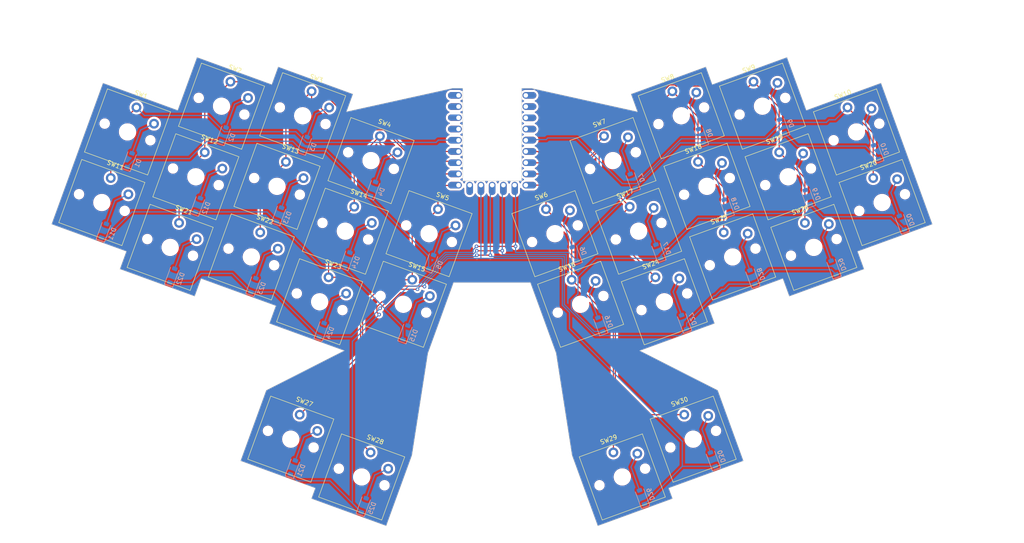
<source format=kicad_pcb>
(kicad_pcb (version 20221018) (generator pcbnew)
  (layers (0 "F.Cu" signal) (31 "B.Cu" signal) (34 "B.Paste" user) (35 "F.Paste" user) (36 "B.SilkS" user "B.Silkscreen") (37 "F.SilkS" user "F.Silkscreen") (38 "B.Mask" user) (39 "F.Mask" user) (44 "Edge.Cuts" user))
  (net 0 "")
  (net 1 "Net-(D1-A)")
  (net 2 "Net-(D2-A)")
  (net 3 "Net-(D3-A)")
  (net 4 "Net-(D4-A)")
  (net 5 "Net-(D5-A)")
  (net 6 "Net-(D6-A)")
  (net 7 "Net-(D7-A)")
  (net 8 "Net-(D8-A)")
  (net 9 "Net-(D9-A)")
  (net 10 "Net-(D10-A)")
  (net 11 "Net-(D11-A)")
  (net 12 "Net-(D12-A)")
  (net 13 "Net-(D13-A)")
  (net 14 "Net-(D14-A)")
  (net 15 "Net-(D15-A)")
  (net 16 "Net-(D16-A)")
  (net 17 "Net-(D17-A)")
  (net 18 "Net-(D18-A)")
  (net 19 "Net-(D19-A)")
  (net 20 "Net-(D20-A)")
  (net 21 "Net-(D21-A)")
  (net 22 "Net-(D22-A)")
  (net 23 "Net-(D23-A)")
  (net 24 "Net-(D24-A)")
  (net 25 "Net-(D25-A)")
  (net 26 "Net-(D26-A)")
  (net 27 "Net-(D27-A)")
  (net 28 "Net-(D28-A)")
  (net 29 "Net-(D29-A)")
  (net 30 "Net-(D30-A)")
  (net 31 "/ROW0")
  (net 32 "/ROW1")
  (net 33 "/ROW2")
  (net 34 "/COL0")
  (net 35 "/COL1")
  (net 36 "/COL2")
  (net 37 "/COL3")
  (net 38 "/COL4")
  (net 39 "/COL5")
  (net 40 "/COL6")
  (net 41 "/COL7")
  (net 42 "/COL8")
  (net 43 "/COL9")
  (net 48 "/ROW3")
  (footprint "PCM_Switch_Keyboard_Kailh:SW_Kailh_Choc_V1_1.00u" (layer "F.Cu") (at 189.260055 131.91109 20)
    (fp_text reference "SW30")
    (fp_text value "SW_PUSH")
  )
  (footprint "PCM_Switch_Keyboard_Kailh:SW_Kailh_Choc_V1_1.00u" (layer "F.Cu") (at 100.886586 58.719062 -20)
    (fp_text reference "SW3")
    (fp_text value "SW_PUSH")
  )
  (footprint "PCM_Switch_Keyboard_Kailh:SW_Kailh_Choc_V1_1.00u" (layer "F.Cu") (at 226.207612 62.381111 20)
    (fp_text reference "SW10")
    (fp_text value "SW_PUSH")
  )
  (footprint "PCM_Switch_Keyboard_Kailh:SW_Kailh_Choc_V1_1.00u" (layer "F.Cu") (at 129.482612 85.409084 -20)
    (fp_text reference "SW5")
    (fp_text value "SW_PUSH")
  )
  (footprint "PCM_Switch_Keyboard_Kailh:SW_Kailh_Choc_V1_1.00u" (layer "F.Cu") (at 114.233182 140.463669 -20)
    (fp_text reference "SW28")
    (fp_text value "SW_PUSH")
  )
  (footprint "PCM_Switch_Keyboard_Kailh:SW_Kailh_Choc_V1_1.00u" (layer "F.Cu") (at 89.257901 90.668611 -20)
    (fp_text reference "SW22")
    (fp_text value "SW_PUSH")
  )
  (footprint "PCM_Switch_Keyboard_Kailh:SW_Kailh_Choc_V1_1.00u" (layer "F.Cu") (at 110.533125 84.843892 -20)
    (fp_text reference "SW14")
    (fp_text value "SW_PUSH")
  )
  (footprint "PCM_Switch_Keyboard_Kailh:SW_Kailh_Choc_V1_1.00u" (layer "F.Cu") (at 61.243309 62.381111 -20)
    (fp_text reference "SW1")
    (fp_text value "SW_PUSH")
  )
  (footprint "PCM_Switch_Keyboard_Kailh:SW_Kailh_Choc_V1_1.00u" (layer "F.Cu") (at 210.74673 72.531167 20)
    (fp_text reference "SW19")
    (fp_text value "SW_PUSH")
  )
  (footprint "PCM_Switch_Keyboard_Kailh:SW_Kailh_Choc_V1_1.00u" (layer "F.Cu") (at 157.968309 85.409084 20)
    (fp_text reference "SW6")
    (fp_text value "SW_PUSH")
  )
  (footprint "PCM_Switch_Keyboard_Kailh:SW_Kailh_Choc_V1_1.00u" (layer "F.Cu") (at 116.347468 68.869118 -20)
    (fp_text reference "SW4")
    (fp_text value "SW_PUSH")
  )
  (footprint "PCM_Switch_Keyboard_Kailh:SW_Kailh_Choc_V1_1.00u" (layer "F.Cu") (at 123.66827 101.383858 -20)
    (fp_text reference "SW15")
    (fp_text value "SW_PUSH")
  )
  (footprint "PCM_Switch_Keyboard_Kailh:SW_Kailh_Choc_V1_1.00u" (layer "F.Cu") (at 55.428967 78.355886 -20)
    (fp_text reference "SW11")
    (fp_text value "SW_PUSH")
  )
  (footprint "PCM_Switch_Keyboard_Kailh:SW_Kailh_Choc_V1_1.00u" (layer "F.Cu") (at 216.561073 88.505942 20)
    (fp_text reference "SW26")
    (fp_text value "SW_PUSH")
  )
  (footprint "PCM_Switch_Keyboard_Kailh:SW_Kailh_Choc_V1_1.00u" (layer "F.Cu") (at 204.932388 56.556393 20)
    (fp_text reference "SW9")
    (fp_text value "SW_PUSH")
  )
  (footprint "PCM_Switch_Keyboard_Kailh:SW_Kailh_Choc_V1_1.00u" (layer "F.Cu") (at 198.19302 90.668611 20)
    (fp_text reference "SW25")
    (fp_text value "SW_PUSH")
  )
  (footprint "PCM_Switch_Keyboard_Kailh:SW_Kailh_Choc_V1_1.00u" (layer "F.Cu") (at 186.564335 58.719062 20)
    (fp_text reference "SW8")
    (fp_text value "SW_PUSH")
  )
  (footprint "PCM_Switch_Keyboard_Kailh:SW_Kailh_Choc_V1_1.00u" (layer "F.Cu") (at 182.732138 100.818667 20)
    (fp_text reference "SW24")
    (fp_text value "SW_PUSH")
  )
  (footprint "PCM_Switch_Keyboard_Kailh:SW_Kailh_Choc_V1_1.00u" (layer "F.Cu") (at 176.917796 84.843892 20)
    (fp_text reference "SW17")
    (fp_text value "SW_PUSH")
  )
  (footprint "PCM_Switch_Keyboard_Kailh:SW_Kailh_Choc_V1_1.00u" (layer "F.Cu") (at 98.190866 131.91109 -20)
    (fp_text reference "SW27")
    (fp_text value "SW_PUSH")
  )
  (footprint "PCM_Switch_Keyboard_Kailh:SW_Kailh_Choc_V1_1.00u" (layer "F.Cu") (at 173.217739 140.463669 20)
    (fp_text reference "SW29")
    (fp_text value "SW_PUSH")
  )
  (footprint "PCM_Switch_Keyboard_Kailh:SW_Kailh_Choc_V1_1.00u" (layer "F.Cu") (at 104.718783 100.818667 -20)
    (fp_text reference "SW23")
    (fp_text value "SW_PUSH")
  )
  (footprint "PCM_Switch_Keyboard_Kailh:SW_Kailh_Choc_V1_1.00u" (layer "F.Cu") (at 95.072244 74.693836 -20)
    (fp_text reference "SW13")
    (fp_text value "SW_PUSH")
  )
  (footprint "PCM_Switch_Keyboard_Kailh:SW_Kailh_Choc_V1_1.00u" (layer "F.Cu") (at 192.378677 74.693836 20)
    (fp_text reference "SW18")
    (fp_text value "SW_PUSH")
  )
  (footprint "PCM_Switch_Keyboard_Kailh:SW_Kailh_Choc_V1_1.00u" (layer "F.Cu") (at 70.889848 88.505942 -20)
    (fp_text reference "SW21")
    (fp_text value "SW_PUSH")
  )
  (footprint "PCM_Switch_Keyboard_Kailh:SW_Kailh_Choc_V1_1.00u" (layer "F.Cu") (at 171.103453 68.869118 20)
    (fp_text reference "SW7")
    (fp_text value "SW_PUSH")
  )
  (footprint "PCM_Switch_Keyboard_Kailh:SW_Kailh_Choc_V1_1.00u" (layer "F.Cu") (at 232.021954 78.355886 20)
    (fp_text reference "SW20")
    (fp_text value "SW_PUSH")
  )
  (footprint "PCM_Switch_Keyboard_Kailh:SW_Kailh_Choc_V1_1.00u" (layer "F.Cu") (at 82.518533 56.556393 -20)
    (fp_text reference "SW2")
    (fp_text value "SW_PUSH")
  )
  (footprint "PCM_Switch_Keyboard_Kailh:SW_Kailh_Choc_V1_1.00u" (layer "F.Cu") (at 163.782651 101.383858 20)
    (fp_text reference "SW16")
    (fp_text value "SW_PUSH")
  )
  (footprint "PCM_Switch_Keyboard_Kailh:SW_Kailh_Choc_V1_1.00u" (layer "F.Cu") (at 76.704191 72.531167 -20)
    (fp_text reference "SW12")
    (fp_text value "SW_PUSH")
  )
  (footprint "Diode_SMD:D_SOD-123" (layer "B.Cu") (at 61.714739 68.769624 70)
    (fp_text reference "D1")
    (fp_text value "1N4148W")
  )
  (footprint "Diode_SMD:D_SOD-123" (layer "B.Cu") (at 114.704612 146.852182 70)
    (fp_text reference "D25")
    (fp_text value "1N4148W")
  )
  (footprint "Diode_SMD:D_SOD-123" (layer "B.Cu") (at 202.660613 95.259466 110)
    (fp_text reference "D28")
    (fp_text value "1N4148W")
  )
  (footprint "Diode_SMD:D_SOD-123" (layer "B.Cu") (at 177.685332 145.054524 110)
    (fp_text reference "D26")
    (fp_text value "1N4148W")
  )
  (footprint "Diode_SMD:D_SOD-123" (layer "B.Cu") (at 181.385389 89.434747 110)
    (fp_text reference "D17")
    (fp_text value "1N4148W")
  )
  (footprint "Diode_SMD:D_SOD-123" (layer "B.Cu") (at 209.399981 61.147248 110)
    (fp_text reference "D9")
    (fp_text value "1N4148W")
  )
  (footprint "Diode_SMD:D_SOD-123" (layer "B.Cu") (at 77.175621 78.91968 70)
    (fp_text reference "D12")
    (fp_text value "1N4148W")
  )
  (footprint "Diode_SMD:D_SOD-123" (layer "B.Cu") (at 196.84627 79.284691 110)
    (fp_text reference "D18")
    (fp_text value "1N4148W")
  )
  (footprint "Diode_SMD:D_SOD-123" (layer "B.Cu") (at 124.1397 107.772371 70)
    (fp_text reference "D15")
    (fp_text value "1N4148W")
  )
  (footprint "Diode_SMD:D_SOD-123" (layer "B.Cu") (at 111.004555 91.232405 70)
    (fp_text reference "D14")
    (fp_text value "1N4148W")
  )
  (footprint "Diode_SMD:D_SOD-123" (layer "B.Cu") (at 101.358016 65.107575 70)
    (fp_text reference "D3")
    (fp_text value "1N4148W")
  )
  (footprint "mcu:rp2040-zero-tht-nocut-largerpads" (layer "B.Cu") (at 143.764 64.262 180)
    (fp_text reference "U1" hide)
    (fp_text value "rp2040-zero" hide)
  )
  (footprint "Diode_SMD:D_SOD-123" (layer "B.Cu") (at 55.900397 84.744399 70)
    (fp_text reference "D11")
    (fp_text value "1N4148W")
  )
  (footprint "Diode_SMD:D_SOD-123" (layer "B.Cu") (at 221.028666 93.096797 110)
    (fp_text reference "D29")
    (fp_text value "1N4148W")
  )
  (footprint "Diode_SMD:D_SOD-123" (layer "B.Cu") (at 71.361278 94.894455 70)
    (fp_text reference "D22")
    (fp_text value "1N4148W")
  )
  (footprint "Diode_SMD:D_SOD-123" (layer "B.Cu") (at 230.675205 66.971966 110)
    (fp_text reference "D10")
    (fp_text value "1N4148W")
  )
  (footprint "Diode_SMD:D_SOD-123" (layer "B.Cu") (at 129.954042 91.797597 70)
    (fp_text reference "D5")
    (fp_text value "1N4148W")
  )
  (footprint "Diode_SMD:D_SOD-123" (layer "B.Cu") (at 168.250244 105.974713 110)
    (fp_text reference "D16")
    (fp_text value "1N4148W")
  )
  (footprint "Diode_SMD:D_SOD-123" (layer "B.Cu") (at 215.214323 77.122022 110)
    (fp_text reference "D19")
    (fp_text value "1N4148W")
  )
  (footprint "Diode_SMD:D_SOD-123" (layer "B.Cu") (at 105.190213 107.20718 70)
    (fp_text reference "D24")
    (fp_text value "1N4148W")
  )
  (footprint "Diode_SMD:D_SOD-123" (layer "B.Cu") (at 98.662296 138.299603 70)
    (fp_text reference "D21")
    (fp_text value "1N4148W")
  )
  (footprint "Diode_SMD:D_SOD-123" (layer "B.Cu") (at 191.031928 63.309917 110)
    (fp_text reference "D8")
    (fp_text value "1N4148W")
  )
  (footprint "Diode_SMD:D_SOD-123" (layer "B.Cu") (at 95.543674 81.082349 70)
    (fp_text reference "D13")
    (fp_text value "1N4148W")
  )
  (footprint "Diode_SMD:D_SOD-123" (layer "B.Cu") (at 193.727648 136.501945 110)
    (fp_text reference "D30")
    (fp_text value "1N4148W")
  )
  (footprint "Diode_SMD:D_SOD-123" (layer "B.Cu") (at 162.435902 89.999939 110)
    (fp_text reference "D6")
    (fp_text value "1N4148W")
  )
  (footprint "Diode_SMD:D_SOD-123" (layer "B.Cu") (at 89.729331 97.057124 70)
    (fp_text reference "D23")
    (fp_text value "1N4148W")
  )
  (footprint "Diode_SMD:D_SOD-123" (layer "B.Cu") (at 82.989963 62.944906 70)
    (fp_text reference "D2")
    (fp_text value "1N4148W")
  )
  (footprint "Diode_SMD:D_SOD-123" (layer "B.Cu") (at 187.199731 105.409522 110)
    (fp_text reference "D27")
    (fp_text value "1N4148W")
  )
  (footprint "Diode_SMD:D_SOD-123" (layer "B.Cu") (at 236.489547 82.946741 110)
    (fp_text reference "D20")
    (fp_text value "1N4148W")
  )
  (footprint "Diode_SMD:D_SOD-123" (layer "B.Cu") (at 175.571046 73.459973 110)
    (fp_text reference "D7")
    (fp_text value "1N4148W")
  )
  (footprint "Diode_SMD:D_SOD-123" (layer "B.Cu") (at 116.818898 75.257631 70)
    (fp_text reference "D4")
    (fp_text value "1N4148W")
  )
  (gr_line (start 227.93 93.42) (end 211.01 99.57) (stroke (width 0.1)) (layer "Edge.Cuts"))
  (gr_line (start 44.06 83.26) (end 55.69 51.32) (stroke (width 0.1)) (layer "Edge.Cuts"))
  (gr_line (start 110.27 111.88) (end 93.35 105.73) (stroke (width 0.1)) (layer "Edge.Cuts"))
  (gr_line (start 176.65 57.81) (end 175.2 53.81) (stroke (width 0.1)) (layer "Edge.Cuts"))
  (gr_line (start 231.76 51.31) (end 243.39 83.27) (stroke (width 0.1)) (layer "Edge.Cuts"))
  (gr_line (start 194.1 105.72) (end 177.18 111.89) (stroke (width 0.1)) (layer "Edge.Cuts"))
  (gr_line (start 112.25 53.81) (end 110.8 57.8) (stroke (width 0.1)) (layer "Edge.Cuts"))
  (gr_line (start 93.89 51.65) (end 95.34 47.65) (stroke (width 0.1)) (layer "Edge.Cuts"))
  (gr_line (start 72.6 57.48) (end 76.97 45.49) (stroke (width 0.1)) (layer "Edge.Cuts"))
  (gr_line (start 200.62 136.82) (end 183.71 142.98) (stroke (width 0.1)) (layer "Edge.Cuts"))
  (gr_line (start 55.69 51.32) (end 72.6 57.48) (stroke (width 0.1)) (layer "Edge.Cuts"))
  (gr_line (start 86.83 136.82) (end 92.64 120.85) (stroke (width 0.1)) (layer "Edge.Cuts"))
  (gr_line (start 137.1 73.47) (end 150.44 73.46) (stroke (width 0.1)) (layer "Edge.Cuts"))
  (gr_line (start 177.18 111.89) (end 194.81 120.85) (stroke (width 0.1)) (layer "Edge.Cuts"))
  (gr_line (start 184.58 145.37) (end 167.67 151.53) (stroke (width 0.1)) (layer "Edge.Cuts"))
  (gr_line (start 150.45 52.52) (end 152.77 52.52) (stroke (width 0.1)) (layer "Edge.Cuts"))
  (gr_line (start 183.71 142.98) (end 184.58 145.37) (stroke (width 0.1)) (layer "Edge.Cuts"))
  (gr_line (start 135.03 96.46) (end 129.22 112.45) (stroke (width 0.1)) (layer "Edge.Cuts"))
  (gr_line (start 150.44 73.46) (end 150.45 52.52) (stroke (width 0.1)) (layer "Edge.Cuts"))
  (gr_line (start 158.24 112.45) (end 152.41 96.46) (stroke (width 0.1)) (layer "Edge.Cuts"))
  (gr_line (start 152.77 52.52) (end 176.65 57.81) (stroke (width 0.1)) (layer "Edge.Cuts"))
  (gr_line (start 129.22 112.45) (end 125.6 135.56) (stroke (width 0.1)) (layer "Edge.Cuts"))
  (gr_line (start 76.44 99.57) (end 59.52 93.41) (stroke (width 0.1)) (layer "Edge.Cuts"))
  (gr_line (start 76.97 45.49) (end 93.89 51.65) (stroke (width 0.1)) (layer "Edge.Cuts"))
  (gr_line (start 137.09 52.51) (end 137.1 73.47) (stroke (width 0.1)) (layer "Edge.Cuts"))
  (gr_line (start 94.81 101.73) (end 77.89 95.58) (stroke (width 0.1)) (layer "Edge.Cuts"))
  (gr_line (start 119.78 151.53) (end 102.87 145.37) (stroke (width 0.1)) (layer "Edge.Cuts"))
  (gr_line (start 59.52 93.41) (end 60.98 89.41) (stroke (width 0.1)) (layer "Edge.Cuts"))
  (gr_line (start 60.98 89.41) (end 44.06 83.26) (stroke (width 0.1)) (layer "Edge.Cuts"))
  (gr_line (start 175.2 53.81) (end 192.12 47.65) (stroke (width 0.1)) (layer "Edge.Cuts"))
  (gr_line (start 110.8 57.8) (end 134.76 52.51) (stroke (width 0.1)) (layer "Edge.Cuts"))
  (gr_line (start 193.57 51.65) (end 210.48 45.49) (stroke (width 0.1)) (layer "Edge.Cuts"))
  (gr_line (start 92.64 120.85) (end 110.27 111.88) (stroke (width 0.1)) (layer "Edge.Cuts"))
  (gr_line (start 192.64 101.74) (end 194.1 105.72) (stroke (width 0.1)) (layer "Edge.Cuts"))
  (gr_line (start 77.89 95.58) (end 76.44 99.57) (stroke (width 0.1)) (layer "Edge.Cuts"))
  (gr_line (start 192.12 47.65) (end 193.57 51.65) (stroke (width 0.1)) (layer "Edge.Cuts"))
  (gr_line (start 214.85 57.48) (end 231.76 51.31) (stroke (width 0.1)) (layer "Edge.Cuts"))
  (gr_line (start 211.01 99.57) (end 209.55 95.57) (stroke (width 0.1)) (layer "Edge.Cuts"))
  (gr_line (start 134.76 52.51) (end 137.09 52.51) (stroke (width 0.1)) (layer "Edge.Cuts"))
  (gr_line (start 210.48 45.49) (end 214.85 57.48) (stroke (width 0.1)) (layer "Edge.Cuts"))
  (gr_line (start 125.6 135.56) (end 119.78 151.53) (stroke (width 0.1)) (layer "Edge.Cuts"))
  (gr_line (start 95.34 47.65) (end 112.25 53.81) (stroke (width 0.1)) (layer "Edge.Cuts"))
  (gr_line (start 152.41 96.46) (end 135.03 96.46) (stroke (width 0.1)) (layer "Edge.Cuts"))
  (gr_line (start 226.47 89.42) (end 227.93 93.42) (stroke (width 0.1)) (layer "Edge.Cuts"))
  (gr_line (start 93.35 105.73) (end 94.81 101.73) (stroke (width 0.1)) (layer "Edge.Cuts"))
  (gr_line (start 103.74 142.98) (end 86.83 136.82) (stroke (width 0.1)) (layer "Edge.Cuts"))
  (gr_line (start 243.39 83.27) (end 226.47 89.42) (stroke (width 0.1)) (layer "Edge.Cuts"))
  (gr_line (start 167.67 151.53) (end 161.85 135.55) (stroke (width 0.1)) (layer "Edge.Cuts"))
  (gr_line (start 102.87 145.37) (end 103.74 142.98) (stroke (width 0.1)) (layer "Edge.Cuts"))
  (gr_line (start 209.55 95.57) (end 192.64 101.74) (stroke (width 0.1)) (layer "Edge.Cuts"))
  (gr_line (start 194.81 120.85) (end 200.62 136.82) (stroke (width 0.1)) (layer "Edge.Cuts"))
  (gr_line (start 161.85 135.55) (end 158.24 112.45) (stroke (width 0.1)) (layer "Edge.Cuts"))
  (segment (start 64.201223 61.93806) (end 62.279072 67.219131) (width 0.25) (layer "B.Cu") (net 1))
  (segment (start 67.241449 60.52038) (end 64.201223 61.93806) (width 0.25) (layer "B.Cu") (net 1))
  (segment (start 88.516673 54.695662) (end 85.476447 56.113342) (width 0.25) (layer "B.Cu") (net 2))
  (segment (start 85.476447 56.113342) (end 83.554296 61.394413) (width 0.25) (layer "B.Cu") (net 2))
  (segment (start 103.844501 58.27601) (end 101.922349 63.557082) (width 0.25) (layer "B.Cu") (net 3))
  (segment (start 106.884726 56.858331) (end 103.844501 58.27601) (width 0.25) (layer "B.Cu") (net 3))
  (segment (start 122.345608 67.008387) (end 119.305383 68.426067) (width 0.25) (layer "B.Cu") (net 4))
  (segment (start 119.305383 68.426067) (end 117.383231 73.707138) (width 0.25) (layer "B.Cu") (net 4))
  (segment (start 135.480752 83.548353) (end 132.440526 84.966033) (width 0.25) (layer "B.Cu") (net 5))
  (segment (start 132.440526 84.966033) (end 130.518375 90.247104) (width 0.25) (layer "B.Cu") (net 5))
  (segment (start 161.367096 80.128151) (end 159.949415 83.168374) (width 0.25) (layer "B.Cu") (net 6))
  (segment (start 159.949415 83.168374) (end 161.871569 88.449446) (width 0.25) (layer "B.Cu") (net 6))
  (segment (start 174.50224 63.588185) (end 173.084559 66.628408) (width 0.25) (layer "B.Cu") (net 7))
  (segment (start 173.084559 66.628408) (end 175.006713 71.90948) (width 0.25) (layer "B.Cu") (net 7))
  (segment (start 189.963122 53.438129) (end 188.545442 56.478352) (width 0.25) (layer "B.Cu") (net 8))
  (segment (start 188.545442 56.478352) (end 190.467595 61.759424) (width 0.25) (layer "B.Cu") (net 8))
  (segment (start 208.331175 51.27546) (end 206.913494 54.315684) (width 0.25) (layer "B.Cu") (net 9))
  (segment (start 206.913494 54.315684) (end 208.835648 59.596755) (width 0.25) (layer "B.Cu") (net 9))
  (segment (start 228.188718 60.140401) (end 230.110872 65.421473) (width 0.25) (layer "B.Cu") (net 10))
  (segment (start 229.606399 57.100178) (end 228.188718 60.140401) (width 0.25) (layer "B.Cu") (net 10))
  (segment (start 58.386882 77.912833) (end 56.46473 83.193906) (width 0.25) (layer "B.Cu") (net 11))
  (segment (start 61.427107 76.495155) (end 58.386882 77.912833) (width 0.25) (layer "B.Cu") (net 11))
  (segment (start 82.702331 70.670436) (end 79.662107 72.088114) (width 0.25) (layer "B.Cu") (net 12))
  (segment (start 79.662107 72.088114) (end 77.739954 77.369187) (width 0.25) (layer "B.Cu") (net 12))
  (segment (start 98.030159 74.250784) (end 96.108007 79.531856) (width 0.25) (layer "B.Cu") (net 13))
  (segment (start 101.070384 72.833105) (end 98.030159 74.250784) (width 0.25) (layer "B.Cu") (net 13))
  (segment (start 113.49104 84.400839) (end 111.568888 89.681912) (width 0.25) (layer "B.Cu") (net 14))
  (segment (start 116.531265 82.983161) (end 113.49104 84.400839) (width 0.25) (layer "B.Cu") (net 14))
  (segment (start 129.66641 99.523127) (end 126.626185 100.940805) (width 0.25) (layer "B.Cu") (net 15))
  (segment (start 126.626185 100.940805) (end 124.704033 106.221878) (width 0.25) (layer "B.Cu") (net 15))
  (segment (start 167.181438 96.102925) (end 165.763758 99.143148) (width 0.25) (layer "B.Cu") (net 16))
  (segment (start 165.763758 99.143148) (end 167.685911 104.42422) (width 0.25) (layer "B.Cu") (net 16))
  (segment (start 180.316583 79.562959) (end 178.898902 82.603182) (width 0.25) (layer "B.Cu") (net 17))
  (segment (start 178.898902 82.603182) (end 180.821056 87.884254) (width 0.25) (layer "B.Cu") (net 17))
  (segment (start 194.359783 72.453125) (end 196.281937 77.734198) (width 0.25) (layer "B.Cu") (net 18))
  (segment (start 195.777464 69.412903) (end 194.359783 72.453125) (width 0.25) (layer "B.Cu") (net 18))
  (segment (start 214.145517 67.250234) (end 212.727836 70.290457) (width 0.25) (layer "B.Cu") (net 19))
  (segment (start 212.727836 70.290457) (end 214.64999 75.571529) (width 0.25) (layer "B.Cu") (net 19))
  (segment (start 234.00306 76.115175) (end 235.925214 81.396248) (width 0.25) (layer "B.Cu") (net 20))
  (segment (start 235.420741 73.074953) (end 234.00306 76.115175) (width 0.25) (layer "B.Cu") (net 20))
  (segment (start 101.14878 131.468038) (end 99.226629 136.74911) (width 0.25) (layer "B.Cu") (net 21))
  (segment (start 104.189006 130.050359) (end 101.14878 131.468038) (width 0.25) (layer "B.Cu") (net 21))
  (segment (start 76.887988 86.645211) (end 73.847763 88.062889) (width 0.25) (layer "B.Cu") (net 22))
  (segment (start 73.847763 88.062889) (end 71.925611 93.343962) (width 0.25) (layer "B.Cu") (net 22))
  (segment (start 92.215815 90.225559) (end 90.293664 95.506631) (width 0.25) (layer "B.Cu") (net 23))
  (segment (start 95.256041 88.80788) (end 92.215815 90.225559) (width 0.25) (layer "B.Cu") (net 23))
  (segment (start 107.676698 100.375615) (end 105.754546 105.656687) (width 0.25) (layer "B.Cu") (net 24))
  (segment (start 110.716923 98.957936) (end 107.676698 100.375615) (width 0.25) (layer "B.Cu") (net 24))
  (segment (start 120.231322 138.602938) (end 117.191098 140.020616) (width 0.25) (layer "B.Cu") (net 25))
  (segment (start 117.191098 140.020616) (end 115.268945 145.301689) (width 0.25) (layer "B.Cu") (net 25))
  (segment (start 176.616526 135.182736) (end 175.198845 138.222959) (width 0.25) (layer "B.Cu") (net 26))
  (segment (start 175.198845 138.222959) (end 177.120999 143.504031) (width 0.25) (layer "B.Cu") (net 26))
  (segment (start 184.713245 98.577957) (end 186.635398 103.859029) (width 0.25) (layer "B.Cu") (net 27))
  (segment (start 186.130925 95.537734) (end 184.713245 98.577957) (width 0.25) (layer "B.Cu") (net 27))
  (segment (start 200.174126 88.427902) (end 202.09628 93.708973) (width 0.25) (layer "B.Cu") (net 28))
  (segment (start 201.591807 85.387678) (end 200.174126 88.427902) (width 0.25) (layer "B.Cu") (net 28))
  (segment (start 219.95986 83.225009) (end 218.542179 86.265233) (width 0.25) (layer "B.Cu") (net 29))
  (segment (start 218.542179 86.265233) (end 220.464333 91.546304) (width 0.25) (layer "B.Cu") (net 29))
  (segment (start 191.241161 129.67038) (end 193.163315 134.951452) (width 0.25) (layer "B.Cu") (net 30))
  (segment (start 192.658842 126.630157) (end 191.241161 129.67038) (width 0.25) (layer "B.Cu") (net 30))
  (segment (start 140.216495 88.278858) (end 149.041142 88.278858) (width 0.25) (layer "F.Cu") (net 31))
  (segment (start 149.041142 88.278858) (end 149.06 88.26) (width 0.25) (layer "F.Cu") (net 31))
  (via (at 149.06 88.26) (size 0.8) (drill 0.4) (layers "F.Cu" "B.Cu") (net 31))
  (via (at 140.216495 88.278858) (size 0.8) (drill 0.4) (layers "F.Cu" "B.Cu") (net 31))
  (segment (start 161.099803 89.65) (end 163.000235 91.550432) (width 0.25) (layer "B.Cu") (net 31))
  (segment (start 129.389709 93.34809) (end 130.034335 92.703464) (width 0.25) (layer "B.Cu") (net 31))
  (segment (start 207.801645 64.86041) (end 209.964314 62.697741) (width 0.25) (layer "B.Cu") (net 31))
  (segment (start 149.06 89.65) (end 149.06 88.26) (width 0.25) (layer "B.Cu") (net 31))
  (segment (start 149.06 88.26) (end 149.06 74.638) (width 0.25) (layer "B.Cu") (net 31))
  (segment (start 139.106396 89.65) (end 139.266615 89.65) (width 0.25) (layer "B.Cu") (net 31))
  (segment (start 129.389709 90.477212) (end 129.389709 93.34809) (width 0.25) (layer "B.Cu") (net 31))
  (segment (start 139.266615 89.65) (end 139.468308 89.448307) (width 0.25) (layer "B.Cu") (net 31))
  (segment (start 130.086536 92.703464) (end 133.14 89.65) (width 0.25) (layer "B.Cu") (net 31))
  (segment (start 163.000235 91.550432) (end 163.000235 88.14561) (width 0.25) (layer "B.Cu") (net 31))
  (segment (start 176.135379 75.010466) (end 186.285435 64.86041) (width 0.25) (layer "B.Cu") (net 31))
  (segment (start 130.034335 92.703464) (end 130.086536 92.703464) (width 0.25) (layer "B.Cu") (net 31))
  (segment (start 106.104509 66.658068) (end 116.254565 76.808124) (width 0.25) (layer "B.Cu") (net 31))
  (segment (start 133.14 89.65) (end 138.01 89.65) (width 0.25) (layer "B.Cu") (net 31))
  (segment (start 149.06 74.638) (end 148.844 74.422) (width 0.25) (layer "B.Cu") (net 31))
  (segment (start 139.468308 89.448307) (end 139.468308 89.059398) (width 0.25) (layer "B.Cu") (net 31))
  (segment (start 79.198437 64.495399) (end 82.42563 64.495399) (width 0.25) (layer "B.Cu") (net 31))
  (segment (start 161.099803 89.65) (end 149.06 89.65) (width 0.25) (layer "B.Cu") (net 31))
  (segment (start 100.793683 66.658068) (end 106.104509 66.658068) (width 0.25) (layer "B.Cu") (net 31))
  (segment (start 163.000235 88.14561) (end 176.135379 75.010466) (width 0.25) (layer "B.Cu") (net 31))
  (segment (start 139.468308 89.059398) (end 140.216495 88.311211) (width 0.25) (layer "B.Cu") (net 31))
  (segment (start 82.42563 64.495399) (end 98.631014 64.495399) (width 0.25) (layer "B.Cu") (net 31))
  (segment (start 116.254565 76.808124) (end 116.254565 77.342068) (width 0.25) (layer "B.Cu") (net 31))
  (segment (start 116.254565 77.342068) (end 129.389709 90.477212) (width 0.25) (layer "B.Cu") (net 31))
  (segment (start 63.058542 68.411981) (end 75.281855 68.411981) (width 0.25) (layer "B.Cu") (net 31))
  (segment (start 191.596261 64.86041) (end 207.801645 64.86041) (width 0.25) (layer "B.Cu") (net 31))
  (segment (start 186.285435 64.86041) (end 191.596261 64.86041) (width 0.25) (layer "B.Cu") (net 31))
  (segment (start 138.01 89.65) (end 139.106396 89.65) (width 0.25) (layer "B.Cu") (net 31))
  (segment (start 98.631014 64.495399) (end 100.793683 66.658068) (width 0.25) (layer "B.Cu") (net 31))
  (segment (start 212.853795 65.587222) (end 228.304301 65.587222) (width 0.25) (layer "B.Cu") (net 31))
  (segment (start 228.304301 65.587222) (end 231.239538 68.522459) (width 0.25) (layer "B.Cu") (net 31))
  (segment (start 140.216495 88.311211) (end 140.216495 88.278858) (width 0.25) (layer "B.Cu") (net 31))
  (segment (start 61.150406 70.320117) (end 63.058542 68.411981) (width 0.25) (layer "B.Cu") (net 31))
  (segment (start 209.964314 62.697741) (end 212.853795 65.587222) (width 0.25) (layer "B.Cu") (net 31))
  (segment (start 75.281855 68.411981) (end 79.198437 64.495399) (width 0.25) (layer "B.Cu") (net 31))
  (segment (start 146.043439 89.276561) (end 146.06 89.26) (width 0.25) (layer "F.Cu") (net 32))
  (segment (start 140.27645 89.276561) (end 146.043439 89.276561) (width 0.25) (layer "F.Cu") (net 32))
  (via (at 140.27645 89.276561) (size 0.8) (drill 0.4) (layers "F.Cu" "B.Cu") (net 32))
  (via (at 146.06 89.26) (size 0.8) (drill 0.4) (layers "F.Cu" "B.Cu") (net 32))
  (segment (start 55.336064 86.294892) (end 56.413214 86.294892) (width 0.25) (layer "B.Cu") (net 32))
  (segment (start 160.55 92.5) (end 163.189732 95.139732) (width 0.25) (layer "B.Cu") (net 32))
  (segment (start 160.55 90.1) (end 160.55 92.5) (width 0.25) (layer "B.Cu") (net 32))
  (segment (start 124.817608 97.264672) (end 126.905328 97.264672) (width 0.25) (layer "B.Cu") (net 32))
  (segment (start 138.92 90.1) (end 139.453011 90.1) (width 0.25) (layer "B.Cu") (net 32))
  (segment (start 92.816672 80.470173) (end 94.979341 82.632842) (width 0.25) (layer "B.Cu") (net 32))
  (segment (start 94.979341 82.632842) (end 105.129397 92.782898) (width 0.25) (layer "B.Cu") (net 32))
  (segment (start 161.682651 102.362651) (end 166.845206 107.525206) (width 0.25) (layer "B.Cu") (net 32))
  (segment (start 123.575367 106.451986) (end 123.575367 109.322864) (width 0.25) (layer "B.Cu") (net 32))
  (segment (start 190.39 81.92) (end 196.325787 81.92) (width 0.25) (layer "B.Cu") (net 32))
  (segment (start 163.189732 95.139732) (end 163.189732 99.006929) (width 0.25) (layer "B.Cu") (net 32))
  (segment (start 56.413214 86.294892) (end 62.237933 80.470173) (width 0.25) (layer "B.Cu") (net 32))
  (segment (start 163.189732 95.139732) (end 167.344224 90.98524) (width 0.25) (layer "B.Cu") (net 32))
  (segment (start 119.73169 102.60831) (end 119.73169 102.35059) (width 0.25) (layer "B.Cu") (net 32))
  (segment (start 161.682651 100.51401) (end 161.682651 102.362651) (width 0.25) (layer "B.Cu") (net 32))
  (segment (start 105.129397 92.782898) (end 110.440222 92.782898) (width 0.25) (layer "B.Cu") (net 32))
  (segment (start 76.611288 80.470173) (end 92.816672 80.470173) (width 0.25) (layer "B.Cu") (net 32))
  (segment (start 62.237933 80.470173) (end 76.611288 80.470173) (width 0.25) (layer "B.Cu") (net 32))
  (segment (start 130.578198 92.848198) (end 133.326396 90.1) (width 0.25) (layer "B.Cu") (net 32))
  (segment (start 110.440222 92.782898) (end 110.440222 93.316841) (width 0.25) (layer "B.Cu") (net 32))
  (segment (start 139.453011 90.1) (end 140.27645 89.276561) (width 0.25) (layer "B.Cu") (net 32))
  (segment (start 110.440222 93.316841) (end 119.73169 102.60831) (width 0.25) (layer "B.Cu") (net 32))
  (segment (start 119.73169 102.60831) (end 123.575367 106.451986) (width 0.25) (layer "B.Cu") (net 32))
  (segment (start 119.73169 102.35059) (end 124.817608 97.264672) (width 0.25) (layer "B.Cu") (net 32))
  (segment (start 160.55 90.1) (end 146.06 90.1) (width 0.25) (layer "B.Cu") (net 32))
  (segment (start 146.06 74.666) (end 146.304 74.422) (width 0.25) (layer "B.Cu") (net 32))
  (segment (start 213.615987 80.835184) (end 215.778656 78.672515) (width 0.25) (layer "B.Cu") (net 32))
  (segment (start 163.189732 99.006929) (end 161.682651 100.51401) (width 0.25) (layer "B.Cu") (net 32))
  (segment (start 196.325787 81.92) (end 197.410603 80.835184) (width 0.25) (layer "B.Cu") (net 32))
  (segment (start 234.118643 81.561997) (end 237.05388 84.497234) (width 0.25) (layer "B.Cu") (net 32))
  (segment (start 218.668138 81.561997) (end 234.118643 81.561997) (width 0.25) (layer "B.Cu") (net 32))
  (segment (start 181.949722 90.360278) (end 190.39 81.92) (width 0.25) (layer "B.Cu") (net 32))
  (segment (start 126.905328 97.264672) (end 130.578198 93.591802) (width 0.25) (layer "B.Cu") (net 32))
  (segment (start 197.410603 80.835184) (end 213.615987 80.835184) (width 0.25) (layer "B.Cu") (net 32))
  (segment (start 138.5 90.1) (end 138.92 90.1) (width 0.25) (layer "B.Cu") (net 32))
  (segment (start 133.326396 90.1) (end 138.5 90.1) (width 0.25) (layer "B.Cu") (net 32))
  (segment (start 167.344224 90.98524) (end 181.949722 90.98524) (width 0.25) (layer "B.Cu") (net 32))
  (segment (start 146.06 89.26) (end 146.06 74.666) (width 0.25) (layer "B.Cu") (net 32))
  (segment (start 215.778656 78.672515) (end 218.668138 81.561997) (width 0.25) (layer "B.Cu") (net 32))
  (segment (start 146.06 90.1) (end 146.06 89.26) (width 0.25) (layer "B.Cu") (net 32))
  (segment (start 130.578198 93.591802) (end 130.578198 92.848198) (width 0.25) (layer "B.Cu") (net 32))
  (segment (start 181.949722 90.98524) (end 181.949722 90.360278) (width 0.25) (layer "B.Cu") (net 32))
  (segment (start 166.845206 107.525206) (end 168.814577 107.525206) (width 0.25) (layer "B.Cu") (net 32))
  (segment (start 140.31 90.2755) (end 143.35 90.2755) (width 0.25) (layer "F.Cu") (net 33))
  (segment (start 122.720828 97.989172) (end 126.86 97.989172) (width 0.25) (layer "F.Cu") (net 33))
  (segment (start 118.40439 102.30561) (end 122.720828 97.989172) (width 0.25) (layer "F.Cu") (net 33))
  (via (at 143.35 90.2755) (size 0.8) (drill 0.4) (layers "F.Cu" "B.Cu") (net 33))
  (via (at 140.31 90.2755) (size 0.8) (drill 0.4) (layers "F.Cu" "B.Cu") (net 33))
  (via (at 126.86 97.989172) (size 0.8) (drill 0.4) (layers "F.Cu" "B.Cu") (net 33))
  (via (at 118.40439 102.30561) (size 0.8) (drill 0.4) (layers "F.Cu" "B.Cu") (net 33))
  (segment (start 131.028198 93.034594) (end 133.512792 90.55) (width 0.25) (layer "B.Cu") (net 33))
  (segment (start 84.957381 94.4) (end 89.164998 98.607617) (width 0.25) (layer "B.Cu") (net 33))
  (segment (start 126.86 97.946396) (end 131.028198 93.778198) (width 0.25) (layer "B.Cu") (net 33))
  (segment (start 194.22 99.44) (end 195.68 97.98) (width 0.25) (layer "B.Cu") (net 33))
  (segment (start 193.98 99.44) (end 194.22 99.44) (width 0.25) (layer "B.Cu") (net 33))
  (segment (start 187.764064 105.655936) (end 193.98 99.44) (width 0.25) (layer "B.Cu") (net 33))
  (segment (start 94.475824 98.607617) (end 104.62588 108.757673) (width 0.25) (layer "B.Cu") (net 33))
  (segment (start 104.62588 108.757673) (end 111.952327 108.757673) (width 0.25) (layer "B.Cu") (net 33))
  (segment (start 220.495709 93.55) (end 221.592999 94.64729) (width 0.25) (layer "B.Cu") (net 33))
  (segment (start 131.028198 93.778198) (end 131.028198 93.034594) (width 0.25) (layer "B.Cu") (net 33))
  (segment (start 196.2 97.98) (end 197.370041 96.809959) (width 0.25) (layer "B.Cu") (net 33))
  (segment (start 143.35 74.836) (end 143.764 74.422) (width 0.25) (layer "B.Cu") (net 33))
  (segment (start 126.86 97.989172) (end 126.86 97.946396) (width 0.25) (layer "B.Cu") (net 33))
  (segment (start 186.288675 108.435404) (end 186.222204 108.459643) (width 0.25) (layer "B.Cu") (net 33))
  (segment (start 89.164998 98.607617) (end 94.475824 98.607617) (width 0.25) (layer "B.Cu") (net 33))
  (segment (start 75.845052 96.444948) (end 77.89 94.4) (width 0.25) (layer "B.Cu") (net 33))
  (segment (start 70.796945 96.444948) (end 75.845052 96.444948) (width 0.25) (layer "B.Cu") (net 33))
  (segment (start 143.35 90.55) (end 143.35 74.836) (width 0.25) (layer "B.Cu") (net 33))
  (segment (start 187.764064 106.960015) (end 187.764064 105.655936) (width 0.25) (layer "B.Cu") (net 33))
  (segment (start 203.224946 96.809959) (end 206.484905 93.55) (width 0.25) (layer "B.Cu") (net 33))
  (segment (start 195.68 97.98) (end 196.2 97.98) (width 0.25) (layer "B.Cu") (net 33))
  (segment (start 160.1 101.416396) (end 160.1 90.55) (width 0.25) (layer "B.Cu") (net 33))
  (segment (start 140.0355 90.55) (end 140.31 90.2755) (width 0.25) (layer "B.Cu") (net 33))
  (segment (start 77.89 94.4) (end 84.957381 94.4) (width 0.25) (layer "B.Cu") (net 33))
  (segment (start 187.764064 106.960015) (end 186.288675 108.435404) (width 0.25) (layer "B.Cu") (net 33))
  (segment (start 206.484905 93.55) (end 220.495709 93.55) (width 0.25) (layer "B.Cu") (net 33))
  (segment (start 133.512792 90.55) (end 140.0355 90.55) (width 0.25) (layer "B.Cu") (net 33))
  (segment (start 197.370041 96.809959) (end 203.224946 96.809959) (width 0.25) (layer "B.Cu") (net 33))
  (segment (start 111.952327 108.757673) (end 118.40439 102.30561) (width 0.25) (layer "B.Cu") (net 33))
  (segment (start 167.143247 108.459643) (end 160.1 101.416396) (width 0.25) (layer "B.Cu") (net 33))
  (segment (start 186.222204 108.459643) (end 167.143247 108.459643) (width 0.25) (layer "B.Cu") (net 33))
  (segment (start 160.1 90.55) (end 143.35 90.55) (width 0.25) (layer "B.Cu") (net 33))
  (segment (start 63.261228 56.836925) (end 57.446886 62.651267) (width 0.25) (layer "F.Cu") (net 34))
  (segment (start 57.446886 62.651267) (end 57.446886 72.8117) (width 0.25) (layer "F.Cu") (net 34))
  (segment (start 131.070068 64.749932) (end 131.58 64.24) (width 0.25) (layer "B.Cu") (net 34))
  (segment (start 101.761585 64.749932) (end 131.070068 64.749932) (width 0.25) (layer "B.Cu") (net 34))
  (segment (start 79.462662 58.656393) (end 83.135119 62.32885) (width 0.25) (layer "B.Cu") (net 34))
  (segment (start 99.340503 62.32885) (end 101.761585 64.749932) (width 0.25) (layer "B.Cu") (net 34))
  (segment (start 136.122 64.24) (end 136.144 64.262) (width 0.25) (layer "B.Cu") (net 34))
  (segment (start 83.135119 62.32885) (end 99.340503 62.32885) (width 0.25) (layer "B.Cu") (net 34))
  (segment (start 63.261228 56.836925) (end 65.080696 58.656393) (width 0.25) (layer "B.Cu") (net 34))
  (segment (start 65.080696 58.656393) (end 79.462662 58.656393) (width 0.25) (layer "B.Cu") (net 34))
  (segment (start 131.58 64.24) (end 136.122 64.24) (width 0.25) (layer "B.Cu") (net 34))
  (segment (start 109.663768 61.016232) (end 110.097468 61.449932) (width 0.25) (layer "F.Cu") (net 35))
  (segment (start 110.097468 61.449932) (end 119.438804 61.449932) (width 0.25) (layer "F.Cu") (net 35))
  (segment (start 102.48165 50.44) (end 109.663768 57.622118) (width 0.25) (layer "F.Cu") (net 35))
  (segment (start 119.438804 61.449932) (end 124.790872 66.802) (width 0.25) (layer "F.Cu") (net 35))
  (segment (start 109.663768 57.622118) (end 109.663768 61.016232) (width 0.25) (layer "F.Cu") (net 35))
  (segment (start 72.907767 72.801324) (end 72.907767 82.961756) (width 0.25) (layer "F.Cu") (net 35))
  (segment (start 124.790872 66.802) (end 136.144 66.802) (width 0.25) (layer "F.Cu") (net 35))
  (segment (start 78.72211 56.826549) (end 78.72211 66.986981) (width 0.25) (layer "F.Cu") (net 35))
  (segment (start 78.72211 66.986981) (end 72.907767 72.801324) (width 0.25) (layer "F.Cu") (net 35))
  (segment (start 98.93 53.66) (end 102.15 50.44) (width 0.25) (layer "F.Cu") (net 35))
  (segment (start 84.536452 51.012207) (end 88.882207 51.012207) (width 0.25) (layer "F.Cu") (net 35))
  (segment (start 88.882207 51.012207) (end 91.53 53.66) (width 0.25) (layer "F.Cu") (net 35))
  (segment (start 84.536452 51.012207) (end 78.72211 56.826549) (width 0.25) (layer "F.Cu") (net 35))
  (segment (start 102.15 50.44) (end 102.48165 50.44) (width 0.25) (layer "F.Cu") (net 35))
  (segment (start 91.53 53.66) (end 98.93 53.66) (width 0.25) (layer "F.Cu") (net 35))
  (segment (start 126.2 69.02) (end 135.822 69.02) (width 0.25) (layer "F.Cu") (net 36))
  (segment (start 135.822 69.02) (end 136.144 69.342) (width 0.25) (layer "F.Cu") (net 36))
  (segment (start 102.904505 53.174876) (end 102.904505 54.893365) (width 0.25) (layer "F.Cu") (net 36))
  (segment (start 97.090163 69.14965) (end 91.27582 74.963993) (width 0.25) (layer "F.Cu") (net 36))
  (segment (start 119.252408 61.899932) (end 126.2 68.847524) (width 0.25) (layer "F.Cu") (net 36))
  (segment (start 102.904505 54.893365) (end 109.911072 61.899932) (width 0.25) (layer "F.Cu") (net 36))
  (segment (start 109.911072 61.899932) (end 119.252408 61.899932) (width 0.25) (layer "F.Cu") (net 36))
  (segment (start 126.2 68.847524) (end 126.2 69.02) (width 0.25) (layer "F.Cu") (net 36))
  (segment (start 102.904505 53.174876) (end 97.090163 58.989218) (width 0.25) (layer "F.Cu") (net 36))
  (segment (start 97.090163 58.989218) (end 97.090163 69.14965) (width 0.25) (layer "F.Cu") (net 36))
  (segment (start 91.27582 74.963993) (end 91.27582 85.124425) (width 0.25) (layer "F.Cu") (net 36))
  (segment (start 106.736702 85.114048) (end 106.736702 95.274481) (width 0.25) (layer "F.Cu") (net 37))
  (segment (start 113.99 99.7) (end 113.99 112.585689) (width 0.25) (layer "F.Cu") (net 37))
  (segment (start 109.564481 95.274481) (end 113.99 99.7) (width 0.25) (layer "F.Cu") (net 37))
  (segment (start 118.365387 63.324932) (end 118.365387 65.043421) (width 0.25) (layer "F.Cu") (net 37))
  (segment (start 106.736702 95.274481) (end 109.564481 95.274481) (width 0.25) (layer "F.Cu") (net 37))
  (segment (start 112.551044 79.299706) (end 106.736702 85.114048) (width 0.25) (layer "F.Cu") (net 37))
  (segment (start 113.99 112.585689) (end 100.208785 126.366904) (width 0.25) (layer "F.Cu") (net 37))
  (segment (start 125.203966 71.882) (end 136.144 71.882) (width 0.25) (layer "F.Cu") (net 37))
  (segment (start 118.365387 63.324932) (end 112.551044 69.139275) (width 0.25) (layer "F.Cu") (net 37))
  (segment (start 118.365387 65.043421) (end 125.203966 71.882) (width 0.25) (layer "F.Cu") (net 37))
  (segment (start 112.551044 69.139275) (end 112.551044 79.299706) (width 0.25) (layer "F.Cu") (net 37))
  (segment (start 131.500531 79.864898) (end 131.500531 74.879469) (width 0.25) (layer "F.Cu") (net 38))
  (segment (start 114.48 133.23) (end 114.91 133.66) (width 0.25) (layer "F.Cu") (net 38))
  (segment (start 120.289203 95.839672) (end 114.44 101.688875) (width 0.25) (layer "F.Cu") (net 38))
  (segment (start 131.500531 79.864898) (end 125.686189 85.67924) (width 0.25) (layer "F.Cu") (net 38))
  (segment (start 131.500531 74.879469) (end 131.89 74.49) (width 0.25) (layer "F.Cu") (net 38))
  (segment (start 131.89 74.49) (end 136.076 74.49) (width 0.25) (layer "F.Cu") (net 38))
  (segment (start 114.44 111.78) (end 114.48 111.82) (width 0.25) (layer "F.Cu") (net 38))
  (segment (start 125.686189 85.67924) (end 125.686189 95.839672) (width 0.25) (layer "F.Cu") (net 38))
  (segment (start 136.076 74.49) (end 136.144 74.422) (width 0.25) (layer "F.Cu") (net 38))
  (segment (start 114.991618 133.66) (end 116.251101 134.919483) (width 0.25) (layer "F.Cu") (net 38))
  (segment (start 114.44 101.688875) (end 114.44 111.78) (width 0.25) (layer "F.Cu") (net 38))
  (segment (start 114.91 133.66) (end 114.991618 133.66) (width 0.25) (layer "F.Cu") (net 38))
  (segment (start 114.48 111.82) (end 114.48 133.23) (width 0.25) (layer "F.Cu") (net 38))
  (segment (start 125.686189 95.839672) (end 120.289203 95.839672) (width 0.25) (layer "F.Cu") (net 38))
  (segment (start 161.764732 85.67924) (end 161.764732 95.839672) (width 0.25) (layer "F.Cu") (net 39))
  (segment (start 155.95039 79.864898) (end 155.95039 74.59039) (width 0.25) (layer "F.Cu") (net 39))
  (segment (start 155.95039 74.59039) (end 155.782 74.422) (width 0.25) (layer "F.Cu") (net 39))
  (segment (start 171.19982 105.27476) (end 171.19982 134.919483) (width 0.25) (layer "F.Cu") (net 39))
  (segment (start 155.95039 79.864898) (end 161.764732 85.67924) (width 0.25) (layer "F.Cu") (net 39))
  (segment (start 155.782 74.422) (end 151.384 74.422) (width 0.25) (layer "F.Cu") (net 39))
  (segment (start 161.764732 95.839672) (end 171.19982 105.27476) (width 0.25) (layer "F.Cu") (net 39))
  (segment (start 155.762 71.882) (end 151.384 71.882) (width 0.25) (layer "F.Cu") (net 40))
  (segment (start 167.985535 72.385364) (end 174.899877 79.299706) (width 0.25) (layer "F.Cu") (net 40))
  (segment (start 179.726904 126.366904) (end 187.242136 126.366904) (width 0.25) (layer "F.Cu") (net 40))
  (segment (start 171.64982 118.28982) (end 179.726904 126.366904) (width 0.25) (layer "F.Cu") (net 40))
  (segment (start 173.799878 88.36014) (end 180.714219 95.274481) (width 0.25) (layer "F.Cu") (net 40))
  (segment (start 156.265364 72.385364) (end 155.762 71.882) (width 0.25) (layer "F.Cu") (net 40))
  (segment (start 180.714219 95.274481) (end 171.64982 104.33888) (width 0.25) (layer "F.Cu") (net 40))
  (segment (start 167.985535 72.385364) (end 156.265364 72.385364) (width 0.25) (layer "F.Cu") (net 40))
  (segment (start 171.64982 104.33888) (end 171.64982 118.28982) (width 0.25) (layer "F.Cu") (net 40))
  (segment (start 173.799878 80.399705) (end 173.799878 88.36014) (width 0.25) (layer "F.Cu") (net 40))
  (segment (start 167.985535 64.424931) (end 167.985535 72.385364) (width 0.25) (layer "F.Cu") (net 40))
  (segment (start 174.899877 79.299706) (end 173.799878 80.399705) (width 0.25) (layer "F.Cu") (net 40))
  (segment (start 169.085534 63.324932) (end 167.985535 64.424931) (width 0.25) (layer "F.Cu") (net 40))
  (segment (start 184.546416 53.174876) (end 175.82136 61.899932) (width 0.25) (layer "F.Cu") (net 41))
  (segment (start 158.57 71.91) (end 156.02 69.36) (width 0.25) (layer "F.Cu") (net 41))
  (segment (start 184.546416 53.174876) (end 190.360758 58.989218) (width 0.25) (layer "F.Cu") (net 41))
  (segment (start 158.57 71.935364) (end 158.57 71.91) (width 0.25) (layer "F.Cu") (net 41))
  (segment (start 151.402 69.36) (end 151.384 69.342) (width 0.25) (layer "F.Cu") (net 41))
  (segment (start 163.83 70.635535) (end 163.83 71.935364) (width 0.25) (layer "F.Cu") (net 41))
  (segment (start 190.360758 58.989218) (end 190.360758 69.14965) (width 0.25) (layer "F.Cu") (net 41))
  (segment (start 190.360758 69.14965) (end 196.175101 74.963993) (width 0.25) (layer "F.Cu") (net 41))
  (segment (start 167.535535 62.774465) (end 167.535535 66.93) (width 0.25) (layer "F.Cu") (net 41))
  (segment (start 167.535535 66.93) (end 163.83 70.635535) (width 0.25) (layer "F.Cu") (net 41))
  (segment (start 168.410068 61.899932) (end 167.535535 62.774465) (width 0.25) (layer "F.Cu") (net 41))
  (segment (start 196.175101 74.963993) (end 196.175101 85.124425) (width 0.25) (layer "F.Cu") (net 41))
  (segment (start 163.83 71.935364) (end 158.57 71.935364) (width 0.25) (layer "F.Cu") (net 41))
  (segment (start 156.02 69.36) (end 151.402 69.36) (width 0.25) (layer "F.Cu") (net 41))
  (segment (start 175.82136 61.899932) (end 168.410068 61.899932) (width 0.25) (layer "F.Cu") (net 41))
  (segment (start 197.043129 52.013129) (end 185.399924 52.013129) (width 0.25) (layer "F.Cu") (net 42))
  (segment (start 158.78176 71.485364) (end 154.098396 66.802) (width 0.25) (layer "F.Cu") (net 42))
  (segment (start 199.61 54.58) (end 197.043129 52.013129) (width 0.25) (layer "F.Cu") (net 42))
  (segment (start 183.910124 51.749876) (end 182.157448 53.502552) (width 0.25) (layer "F.Cu") (net 42))
  (segment (start 202.914469 51.012207) (end 199.61 54.316676) (width 0.25) (layer "F.Cu") (net 42))
  (segment (start 208.728811 66.986981) (end 214.543154 72.801324) (width 0.25) (layer "F.Cu") (net 42))
  (segment (start 182.157448 54.927448) (end 175.637448 61.447448) (width 0.25) (layer "F.Cu") (net 42))
  (segment (start 182.157448 53.502552) (end 182.157448 54.927448) (width 0.25) (layer "F.Cu") (net 42))
  (segment (start 214.543154 72.801324) (end 214.543154 82.961756) (width 0.25) (layer "F.Cu") (net 42))
  (segment (start 166.94 62.733604) (end 166.94 66.889139) (width 0.25) (layer "F.Cu") (net 42))
  (segment (start 154.098396 66.802) (end 151.384 66.802) (width 0.25) (layer "F.Cu") (net 42))
  (segment (start 208.728811 56.826549) (end 208.728811 66.986981) (width 0.25) (layer "F.Cu") (net 42))
  (segment (start 163.05 71.485364) (end 158.78176 71.485364) (width 0.25) (layer "F.Cu") (net 42))
  (segment (start 185.399924 52.013129) (end 185.136671 51.749876) (width 0.25) (layer "F.Cu") (net 42))
  (segment (start 168.226156 61.447448) (end 166.94 62.733604) (width 0.25) (layer "F.Cu") (net 42))
  (segment (start 163.05 70.779139) (end 163.05 71.485364) (width 0.25) (layer "F.Cu") (net 42))
  (segment (start 185.136671 51.749876) (end 183.910124 51.749876) (width 0.25) (layer "F.Cu") (net 42))
  (segment (start 199.61 54.316676) (end 199.61 54.58) (width 0.25) (layer "F.Cu") (net 42))
  (segment (start 175.637448 61.447448) (end 168.226156 61.447448) (width 0.25) (layer "F.Cu") (net 42))
  (segment (start 166.94 66.889139) (end 163.05 70.779139) (width 0.25) (layer "F.Cu") (net 42))
  (segment (start 202.914469 51.012207) (end 208.728811 56.826549) (width 0.25) (layer "F.Cu") (net 42))
  (segment (start 230.004035 62.651267) (end 230.004035 72.8117) (width 0.25) (layer "F.Cu") (net 43))
  (segment (start 224.189693 56.836925) (end 230.004035 62.651267) (width 0.25) (layer "F.Cu") (net 43))
  (segment (start 220 59.62) (end 219.400433 60.219567) (width 0.25) (layer "B.Cu") (net 43))
  (segment (start 156.35 63.75) (end 155.99 64.11) (width 0.25) (layer "B.Cu") (net 43))
  (segment (start 162.91 63.75) (end 156.35 63.75) (width 0.25) (layer "B.Cu") (net 43))
  (segment (start 209.390433 60.219567) (end 205.68 63.93) (width 0.25) (layer "B.Cu") (net 43))
  (segment (start 176.4315 74.077949) (end 173.237949 74.077949) (width 0.25) (layer "B.Cu") (net 43))
  (segment (start 219.400433 60.219567) (end 209.390433 60.219567) (width 0.25) (layer "B.Cu") (net 43))
  (segment (start 151.536 64.11) (end 151.384 64.262) (width 0.25) (layer "B.Cu") (net 43))
  (segment (start 155.99 64.11) (end 151.536 64.11) (width 0.25) (layer "B.Cu") (net 43))
  (segment (start 186.579449 63.93) (end 176.4315 74.077949) (width 0.25) (layer "B.Cu") (net 43))
  (segment (start 205.68 63.93) (end 186.579449 63.93) (width 0.25) (layer "B.Cu") (net 43))
  (segment (start 173.237949 74.077949) (end 162.91 63.75) (width 0.25) (layer "B.Cu") (net 43))
  (segment (start 221.406618 59.62) (end 220 59.62) (width 0.25) (layer "B.Cu") (net 43))
  (segment (start 224.189693 56.836925) (end 221.406618 59.62) (width 0.25) (layer "B.Cu") (net 43))
  (segment (start 122.808932 97.264672) (end 128.324672 97.264672) (width 0.25) (layer "F.Cu") (net 48))
  (segment (start 117.67939 101.948357) (end 118.8 100.827747) (width 0.25) (layer "F.Cu") (net 48))
  (segment (start 128.324672 97.264672) (end 128.445497 97.385497) (width 0.25) (layer "F.Cu") (net 48))
  (segment (start 117.67939 103.18939) (end 117.67939 101.948357) (width 0.25) (layer "F.Cu") (net 48))
  (segment (start 118.2 103.71) (end 117.67939 103.18939) (width 0.25) (layer "F.Cu") (net 48))
  (segment (start 118.8 100.827747) (end 119.245857 100.827747) (width 0.25) (layer "F.Cu") (net 48))
  (segment (start 119.245857 100.827747) (end 122.808932 97.264672) (width 0.25) (layer "F.Cu") (net 48))
  (via (at 118.2 103.71) (size 0.8) (drill 0.4) (layers "F.Cu" "B.Cu") (net 48))
  (via (at 128.445497 97.385497) (size 0.8) (drill 0.4) (layers "F.Cu" "B.Cu") (net 48))
  (segment (start 161.273604 103.226396) (end 159.65 101.602792) (width 0.25) (layer "B.Cu") (net 48))
  (segment (start 159.65 91) (end 141.29 91) (width 0.25) (layer "B.Cu") (net 48))
  (segment (start 186.802244 132.423127) (end 161.273604 106.894487) (width 0.25) (layer "B.Cu") (net 48))
  (segment (start 131.48 93.962792) (end 131.48 93.219188) (width 0.25) (layer "B.Cu") (net 48))
  (segment (start 128.445497 96.997295) (end 131.48 93.962792) (width 0.25) (layer "B.Cu") (net 48))
  (segment (start 186.802244 138.052438) (end 194.291981 138.052438) (width 0.25) (layer "B.Cu") (net 48))
  (segment (start 98.097963 139.850096) (end 99.579088 141.331221) (width 0.25) (layer "B.Cu") (net 48))
  (segment (start 141.29 91) (end 141.224 90.934) (width 0.25) (layer "B.Cu") (net 48))
  (segment (start 114.140279 148.402675) (end 112.133182 146.395578) (width 0.25) (layer "B.Cu") (net 48))
  (segment (start 186.802244 138.052438) (end 186.802244 132.423127) (width 0.25) (layer "B.Cu") (net 48))
  (segment (start 159.65 101.602792) (end 159.65 91) (width 0.25) (layer "B.Cu") (net 48))
  (segment (start 133.699188 91) (end 141.29 91) (width 0.25) (layer "B.Cu") (net 48))
  (segment (start 161.273604 106.894487) (end 161.273604 103.226396) (width 0.25) (layer "B.Cu") (net 48))
  (segment (start 112.133182 146.395578) (end 112.133182 109.776818) (width 0.25) (layer "B.Cu") (net 48))
  (segment (start 112.133182 109.776818) (end 118.2 103.71) (width 0.25) (layer "B.Cu") (net 48))
  (segment (start 107.068825 141.331221) (end 114.140279 148.402675) (width 0.25) (layer "B.Cu") (net 48))
  (segment (start 178.249665 146.605017) (end 186.802244 138.052438) (width 0.25) (layer "B.Cu") (net 48))
  (segment (start 141.224 90.934) (end 141.224 74.422) (width 0.25) (layer "B.Cu") (net 48))
  (segment (start 128.445497 97.385497) (end 128.445497 96.997295) (width 0.25) (layer "B.Cu") (net 48))
  (segment (start 99.579088 141.331221) (end 107.068825 141.331221) (width 0.25) (layer "B.Cu") (net 48))
  (segment (start 131.48 93.219188) (end 133.699188 91) (width 0.25) (layer "B.Cu") (net 48))
  (zone (net 0) (net_name "") (layers "F&B.Cu") (connect_pads (clearance 0.5)) (min_thickness 0.25) (fill yes (thermal_gap 0.5) (thermal_bridge_width 0.5) (island_removal_mode 1) (island_area_min 10))
    (polygon (pts (xy 32.48 32.52) (xy 32.38 155.38) (xy 263.84 155.38) (xy 264.15 33.04)))
  )
)
</source>
